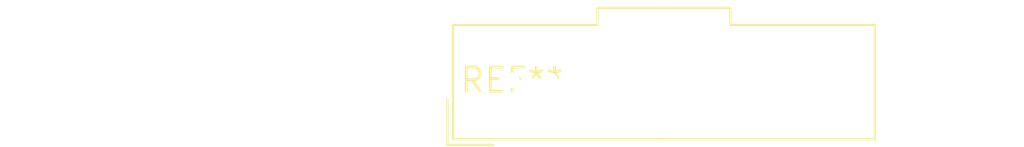
<source format=kicad_pcb>
(kicad_pcb (version 20240108) (generator pcbnew)
  (layers (0 "F.Cu" signal) (31 "B.Cu" signal) (34 "B.Paste" user) (35 "F.Paste" user) (36 "B.SilkS" user "B.Silkscreen") (37 "F.SilkS" user "F.Silkscreen") (38 "B.Mask" user) (39 "F.Mask" user) (44 "Edge.Cuts" user))
  (net 0 "")
  (footprint "Molex_MicroClasp_55932-0910_1x09_P2.00mm_Vertical" (layer "F.Cu") (at 0 0)
    (property "Reference" "REF**")
    (property "Value" "Molex_MicroClasp_55932-0910_1x09_P2.00mm_Vertical")
    (fp_line (start -3.41 1) (end -3.41 3.41) (layer "F.SilkS") (stroke (width 0.12)))
    (fp_line (start -3.41 3.41) (end -1 3.41) (layer "F.SilkS") (stroke (width 0.12)))
    (fp_line (start -3.11 -2.91) (end -3.11 3.11) (layer "F.SilkS") (stroke (width 0.12)))
    (fp_line (start -3.11 3.11) (end 8 3.11) (layer "F.SilkS") (stroke (width 0.12)))
    (fp_line (start 4.5 -3.81) (end 4.5 -2.91) (layer "F.SilkS") (stroke (width 0.12)))
    (fp_line (start 4.5 -2.91) (end -3.11 -2.91) (layer "F.SilkS") (stroke (width 0.12)))
    (fp_line (start 8 -3.81) (end 4.5 -3.81) (layer "F.SilkS") (stroke (width 0.12)))
    (fp_line (start 8 -3.81) (end 11.5 -3.81) (layer "F.SilkS") (stroke (width 0.12)))
    (fp_line (start 11.5 -3.81) (end 11.5 -2.91) (layer "F.SilkS") (stroke (width 0.12)))
    (fp_line (start 11.5 -2.91) (end 19.11 -2.91) (layer "F.SilkS") (stroke (width 0.12)))
    (fp_line (start 19.11 -2.91) (end 19.11 3.11) (layer "F.SilkS") (stroke (width 0.12)))
    (fp_line (start 19.11 3.11) (end 8 3.11) (layer "F.SilkS") (stroke (width 0.12)))
    (pad "" np_thru_hole circle (at 18 -1.9) (size 1.3 1.3) (drill 1.3) (layers *.Cu *.Mask))
    (pad "1" thru_hole roundrect (at 0 0) (size 1.2 1.8) (drill 0.8) (layers *.Cu *.Mask) (remove_unused_layers) (roundrect_rratio 0.208333))
    (pad "2" thru_hole oval (at 2 0) (size 1.2 1.8) (drill 0.8) (layers *.Cu *.Mask) (remove_unused_layers))
    (pad "3" thru_hole oval (at 4 0) (size 1.2 1.8) (drill 0.8) (layers *.Cu *.Mask) (remove_unused_layers))
    (pad "4" thru_hole oval (at 6 0) (size 1.2 1.8) (drill 0.8) (layers *.Cu *.Mask) (remove_unused_layers))
    (pad "5" thru_hole oval (at 8 0) (size 1.2 1.8) (drill 0.8) (layers *.Cu *.Mask) (remove_unused_layers))
    (pad "6" thru_hole oval (at 10 0) (size 1.2 1.8) (drill 0.8) (layers *.Cu *.Mask) (remove_unused_layers))
    (pad "7" thru_hole oval (at 12 0) (size 1.2 1.8) (drill 0.8) (layers *.Cu *.Mask) (remove_unused_layers))
    (pad "8" thru_hole oval (at 14 0) (size 1.2 1.8) (drill 0.8) (layers *.Cu *.Mask) (remove_unused_layers))
    (pad "9" thru_hole oval (at 16 0) (size 1.2 1.8) (drill 0.8) (layers *.Cu *.Mask) (remove_unused_layers))
  )
)
</source>
